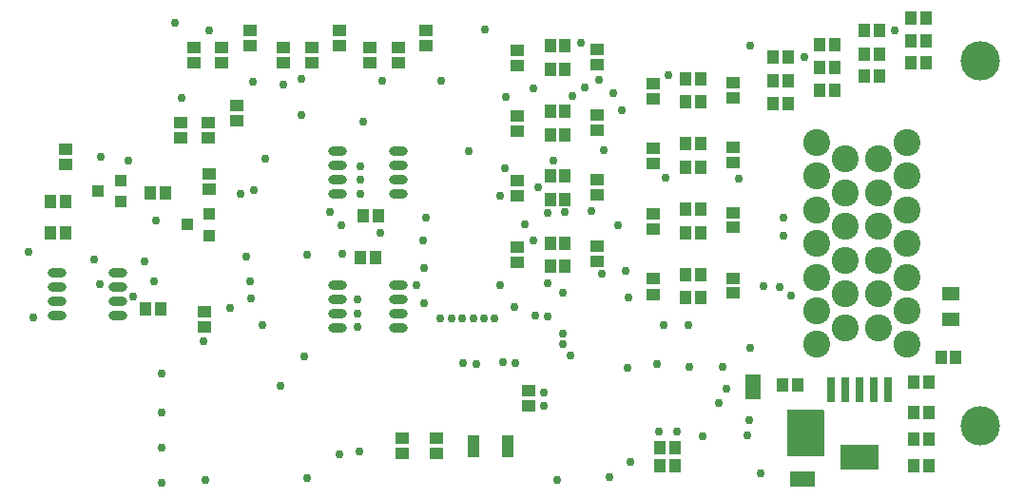
<source format=gbs>
%FSLAX23Y23*%
%MOIN*%
%SFA1B1*%

%IPPOS*%
%ADD37R,0.059180X0.051310*%
%ADD38R,0.047370X0.043430*%
%ADD39R,0.045400X0.041470*%
%ADD43O,0.065090X0.031620*%
%ADD44R,0.043430X0.047370*%
%ADD45R,0.043430X0.039500*%
%ADD48R,0.088710X0.053280*%
%ADD49R,0.053280X0.088710*%
%ADD52R,0.031620X0.090680*%
%ADD53R,0.133980X0.090680*%
%ADD56C,0.137920*%
%ADD57C,0.094610*%
%ADD58C,0.030000*%
%ADD65R,0.043430X0.019810*%
%LNpedalbox-1*%
%LPD*%
G36*
X3312Y288D02*
Y129D01*
X3181*
Y293*
X3307Y293*
X3312Y288*
G37*
G54D37*
X3755Y698D03*
Y608D03*
G54D38*
X1157Y1118D03*
Y1065D03*
X1832Y191D03*
Y138D03*
X652Y1205D03*
Y1152D03*
X1200Y1562D03*
Y1508D03*
X1153Y1298D03*
Y1245D03*
X1515Y1562D03*
Y1508D03*
X1818Y1562D03*
Y1508D03*
X1299Y1621D03*
Y1567D03*
X1251Y1357D03*
Y1304D03*
X1614Y1621D03*
Y1567D03*
X1917Y1621D03*
Y1567D03*
X1102Y1508D03*
Y1562D03*
X1055Y1245D03*
Y1298D03*
X1417Y1508D03*
Y1562D03*
X1720Y1508D03*
Y1562D03*
X1139Y583D03*
Y636D03*
X2711Y1382D03*
Y1436D03*
X2991Y1386D03*
Y1439D03*
X2711Y696D03*
Y750D03*
X2991Y700D03*
Y753D03*
X2712Y1154D03*
Y1207D03*
X2992Y1158D03*
Y1211D03*
X2236Y807D03*
Y860D03*
X2515Y811D03*
Y864D03*
X2236Y1499D03*
Y1552D03*
X2515Y1502D03*
Y1556D03*
X2236Y1269D03*
Y1322D03*
X2515Y1273D03*
Y1326D03*
X2711Y926D03*
Y979D03*
X2991Y930D03*
Y983D03*
X2236Y1042D03*
Y1095D03*
X2515Y1046D03*
Y1099D03*
X2275Y359D03*
Y306D03*
G54D39*
X1951Y139D03*
Y190D03*
G54D43*
X1605Y1047D03*
Y1097D03*
Y1147D03*
Y1197D03*
X1819Y1047D03*
Y1097D03*
Y1147D03*
Y1197D03*
X621Y621D03*
Y671D03*
Y721D03*
Y771D03*
X835Y621D03*
Y671D03*
Y721D03*
Y771D03*
X1605Y578D03*
Y628D03*
Y678D03*
Y728D03*
X1819Y578D03*
Y628D03*
Y678D03*
Y728D03*
G54D44*
X1696Y970D03*
X1750D03*
X1686Y826D03*
X1739D03*
X1002Y1051D03*
X949D03*
X599Y1022D03*
X652D03*
X599Y913D03*
X652D03*
X933Y645D03*
X986D03*
X3774Y476D03*
X3721D03*
X3296Y1413D03*
X3349D03*
X3296Y1570D03*
X3349D03*
X3296Y1492D03*
X3349D03*
X3131Y1366D03*
X3185D03*
X3185Y1527D03*
X3132D03*
Y1444D03*
X3185D03*
X3506Y1622D03*
X3453D03*
Y1460D03*
X3506D03*
X3453Y1539D03*
X3506D03*
X2879Y1452D03*
X2826D03*
Y1370D03*
X2879D03*
Y766D03*
X2826D03*
Y684D03*
X2879D03*
X2880Y1224D03*
X2827D03*
Y1141D03*
X2880D03*
X2404Y876D03*
X2351D03*
Y794D03*
X2404D03*
Y1568D03*
X2351D03*
Y1486D03*
X2404D03*
Y1339D03*
X2351D03*
Y1256D03*
X2404D03*
X2879Y996D03*
X2826D03*
Y913D03*
X2879D03*
X3616Y1665D03*
X3669D03*
X3616Y1507D03*
X3669D03*
X3616Y1586D03*
X3669D03*
X2404Y1112D03*
X2351D03*
Y1029D03*
X2404D03*
X3626Y389D03*
X3680D03*
X3626Y94D03*
X3680D03*
X3626Y188D03*
X3680D03*
X3626Y283D03*
X3680D03*
X3166Y377D03*
X3219D03*
X2737Y94D03*
X2790D03*
X2737Y157D03*
X2790D03*
G54D45*
X767Y1059D03*
X846Y1021D03*
Y1096D03*
X1078Y940D03*
X1157Y903D03*
Y978D03*
G54D48*
X3235Y49D03*
G54D49*
X3061Y370D03*
G54D52*
X3337Y361D03*
X3387D03*
X3437D03*
X3487D03*
X3537D03*
G54D53*
X3437Y126D03*
G54D56*
X3858Y235D03*
Y1514D03*
G54D57*
X3287Y1229D03*
Y1111D03*
Y993D03*
Y875D03*
Y756D03*
Y638D03*
Y520D03*
X3385Y1170D03*
Y1052D03*
Y934D03*
Y815D03*
Y697D03*
Y579D03*
X3503Y1170D03*
Y1052D03*
Y934D03*
Y815D03*
Y697D03*
Y579D03*
X3602Y1229D03*
Y1111D03*
Y993D03*
Y875D03*
Y756D03*
Y638D03*
Y520D03*
G54D58*
X2375Y44D03*
X2421Y480D03*
X1612Y134D03*
X1228Y648D03*
X1684Y146D03*
X1500Y53D03*
X2330Y352D03*
X2329Y306D03*
X2395Y520D03*
Y559D03*
X1302Y682D03*
X2726Y450D03*
X1881Y728D03*
X1905Y884D03*
X1909Y787D03*
X2121Y1624D03*
X1353Y1172D03*
X969Y956D03*
X963Y740D03*
X1499Y834D03*
X1143Y45D03*
X771Y732D03*
X751Y818D03*
X871Y1166D03*
X1910Y665D03*
X2157Y610D03*
X1618Y937D03*
X2496Y988D03*
X2429Y1393D03*
X3245Y233D03*
Y275D03*
X3199D03*
Y233D03*
Y190D03*
Y148D03*
X3245D03*
X3291D03*
Y190D03*
X3245D03*
X3291Y233D03*
Y275D03*
X2838Y442D03*
X3090Y67D03*
X3048Y256D03*
X2404Y984D03*
X2225Y650D03*
X2299Y622D03*
X1416Y1433D03*
X2732Y216D03*
X1697Y1303D03*
X2293Y884D03*
X1036Y1649D03*
X1060Y1385D03*
X3054Y509D03*
X1969Y1445D03*
X2067Y1197D03*
X539Y615D03*
X523Y845D03*
X777Y1177D03*
X2308Y1070D03*
X2539Y1200D03*
X2459Y1579D03*
X3051Y1568D03*
X1624Y839D03*
X2615Y778D03*
X2625Y684D03*
X2531Y769D03*
X2588Y937D03*
X2262Y941D03*
X2836Y587D03*
X2750D03*
X2177Y1043D03*
X1677Y629D03*
Y678D03*
X1308Y1440D03*
X1762Y1446D03*
X929Y810D03*
X889Y689D03*
X2601Y1342D03*
X2767Y1466D03*
X2192Y1137D03*
X2344Y982D03*
X2119Y610D03*
X2081D03*
X2005D03*
X2177Y728D03*
X2397Y700D03*
X2342Y736D03*
X2043Y610D03*
X2342Y618D03*
X1314Y1062D03*
X1267Y1049D03*
X1299Y740D03*
X1287Y828D03*
X1479Y1452D03*
Y1325D03*
X1157Y1621D03*
X2094Y452D03*
X1578Y984D03*
X1755Y913D03*
X1685Y1049D03*
X1677Y582D03*
X2887Y198D03*
X3042Y203D03*
X2968Y365D03*
X2956Y442D03*
X2633Y108D03*
X2623Y438D03*
X1490Y479D03*
X1343Y588D03*
X1137Y531D03*
X988Y417D03*
Y282D03*
Y157D03*
Y35D03*
X1685Y1098D03*
Y1145D03*
X2228Y456D03*
X2185Y459D03*
X2047Y456D03*
X1917Y964D03*
X2574Y1401D03*
X2523Y1448D03*
X1967Y610D03*
X2196Y1389D03*
X2291Y1417D03*
X2472Y1421D03*
X2362Y1165D03*
X3169Y964D03*
X3011Y1102D03*
X2755Y1106D03*
X3196Y692D03*
X3169Y901D03*
X1405Y374D03*
X3098Y724D03*
X3157Y723D03*
X3244Y1527D03*
X3559Y1622D03*
X2559Y55D03*
X2944Y314D03*
X2795Y216D03*
G54D65*
X2081Y134D03*
Y154D03*
Y174D03*
Y193D03*
X2203Y134D03*
Y154D03*
Y174D03*
Y193D03*
M02*
</source>
